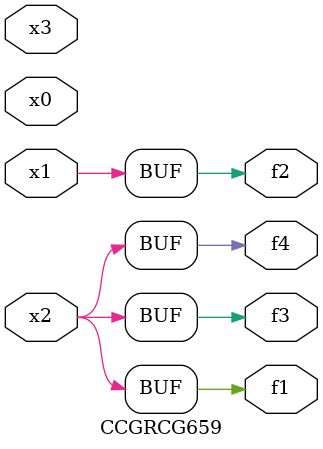
<source format=v>
module CCGRCG659(
	input x0, x1, x2, x3,
	output f1, f2, f3, f4
);
	assign f1 = x2;
	assign f2 = x1;
	assign f3 = x2;
	assign f4 = x2;
endmodule

</source>
